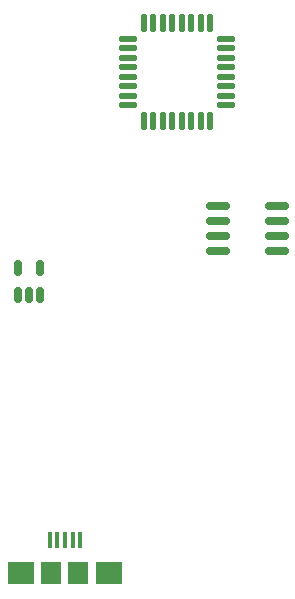
<source format=gbr>
%TF.GenerationSoftware,KiCad,Pcbnew,(6.0.11)*%
%TF.CreationDate,2023-06-06T17:09:23+01:00*%
%TF.ProjectId,Digital Theremin,44696769-7461-46c2-9054-686572656d69,rev?*%
%TF.SameCoordinates,Original*%
%TF.FileFunction,Paste,Top*%
%TF.FilePolarity,Positive*%
%FSLAX46Y46*%
G04 Gerber Fmt 4.6, Leading zero omitted, Abs format (unit mm)*
G04 Created by KiCad (PCBNEW (6.0.11)) date 2023-06-06 17:09:23*
%MOMM*%
%LPD*%
G01*
G04 APERTURE LIST*
G04 Aperture macros list*
%AMRoundRect*
0 Rectangle with rounded corners*
0 $1 Rounding radius*
0 $2 $3 $4 $5 $6 $7 $8 $9 X,Y pos of 4 corners*
0 Add a 4 corners polygon primitive as box body*
4,1,4,$2,$3,$4,$5,$6,$7,$8,$9,$2,$3,0*
0 Add four circle primitives for the rounded corners*
1,1,$1+$1,$2,$3*
1,1,$1+$1,$4,$5*
1,1,$1+$1,$6,$7*
1,1,$1+$1,$8,$9*
0 Add four rect primitives between the rounded corners*
20,1,$1+$1,$2,$3,$4,$5,0*
20,1,$1+$1,$4,$5,$6,$7,0*
20,1,$1+$1,$6,$7,$8,$9,0*
20,1,$1+$1,$8,$9,$2,$3,0*%
G04 Aperture macros list end*
%ADD10R,0.400000X1.400000*%
%ADD11R,2.300000X1.900000*%
%ADD12R,1.800000X1.900000*%
%ADD13RoundRect,0.125000X-0.625000X-0.125000X0.625000X-0.125000X0.625000X0.125000X-0.625000X0.125000X0*%
%ADD14RoundRect,0.125000X-0.125000X-0.625000X0.125000X-0.625000X0.125000X0.625000X-0.125000X0.625000X0*%
%ADD15RoundRect,0.150000X0.150000X-0.512500X0.150000X0.512500X-0.150000X0.512500X-0.150000X-0.512500X0*%
%ADD16RoundRect,0.150000X-0.825000X-0.150000X0.825000X-0.150000X0.825000X0.150000X-0.825000X0.150000X0*%
G04 APERTURE END LIST*
D10*
%TO.C,J3*%
X119700000Y-120450000D03*
X120350000Y-120450000D03*
X121000000Y-120450000D03*
X121650000Y-120450000D03*
X122300000Y-120450000D03*
D11*
X124750000Y-123300000D03*
D12*
X122150000Y-123300000D03*
D11*
X117250000Y-123300000D03*
D12*
X119850000Y-123300000D03*
%TD*%
D13*
%TO.C,U5*%
X126325000Y-78030000D03*
X126325000Y-78830000D03*
X126325000Y-79630000D03*
X126325000Y-80430000D03*
X126325000Y-81230000D03*
X126325000Y-82030000D03*
X126325000Y-82830000D03*
X126325000Y-83630000D03*
D14*
X127700000Y-85005000D03*
X128500000Y-85005000D03*
X129300000Y-85005000D03*
X130100000Y-85005000D03*
X130900000Y-85005000D03*
X131700000Y-85005000D03*
X132500000Y-85005000D03*
X133300000Y-85005000D03*
D13*
X134675000Y-83630000D03*
X134675000Y-82830000D03*
X134675000Y-82030000D03*
X134675000Y-81230000D03*
X134675000Y-80430000D03*
X134675000Y-79630000D03*
X134675000Y-78830000D03*
X134675000Y-78030000D03*
D14*
X133300000Y-76655000D03*
X132500000Y-76655000D03*
X131700000Y-76655000D03*
X130900000Y-76655000D03*
X130100000Y-76655000D03*
X129300000Y-76655000D03*
X128500000Y-76655000D03*
X127700000Y-76655000D03*
%TD*%
D15*
%TO.C,U1*%
X117000000Y-99717500D03*
X117950000Y-99717500D03*
X118900000Y-99717500D03*
X118900000Y-97442500D03*
X117000000Y-97442500D03*
%TD*%
D16*
%TO.C,U2*%
X134000000Y-92210000D03*
X134000000Y-93480000D03*
X134000000Y-94750000D03*
X134000000Y-96020000D03*
X138950000Y-96020000D03*
X138950000Y-94750000D03*
X138950000Y-93480000D03*
X138950000Y-92210000D03*
%TD*%
M02*

</source>
